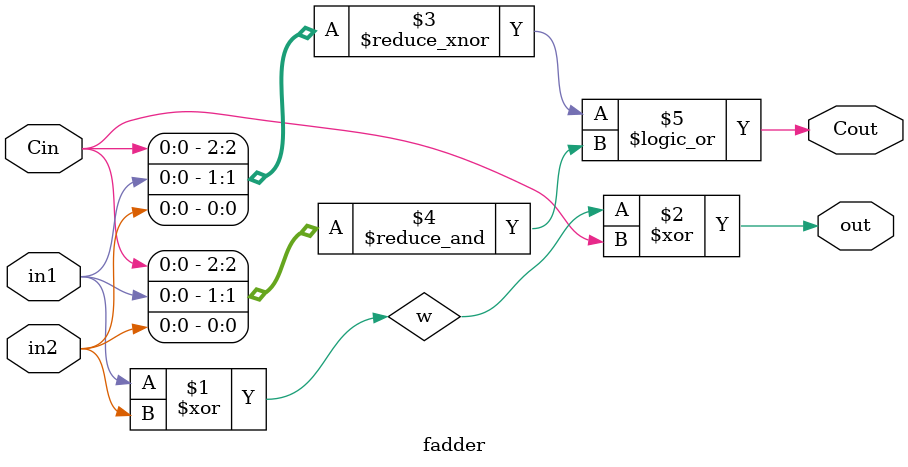
<source format=v>
module sixteen_adder(
in1,
in2,
Cin,
Cout,
out
);
input [15:0] in1, in2;
input Cin;
output Cout;
output [15:0] out;
wire [2:0] c;
four_adder A0 (in1[3:0], in2[3:0], Cin, c[0], out[3:0]);
four_adder A1 (in1[7:4], in2[7:4], c[0], c[1], out[7:4]);
four_adder A2 (in1[11:8], in2[11:8], c[1], c[2], out[11:8]);
four_adder A3 (in1[15:12], in2[15:12], c[2], Cout, out[15:12]);
// assign {Cout, out} = in1 + in2 + Cin; -> sucks so we use 4 bit adders instead
endmodule

module four_adder (
in1,
in2,
Cin,
Cout,
out
);
input [3:0] in1, in2;
input Cin;
output Cout;
output [3:0] out;
wire [2:0] c;
// assign {Cout, out} = in1 + in2 + Cin; -> could still be better, lets use FAs
fadder FA0 (in1[0], in2[0], Cin, c[0], out[0]);
fadder FA1 (in1[1], in2[1], c[0], c[1], out[1]);
fadder FA2 (in1[2], in2[2], c[1], c[2], out[2]);
fadder FA3 (in1[3], in2[3], c[2], Cout, out[3]);
endmodule

module fadder(
in1,
in2,
Cin,
Cout,
out
);
input in1, in2;
input Cin;
output Cout;
output out;
wire w;
// assign {Cout, out} = in1+in2+Cin; -> algorthm is for pussies lets use gates
xor (w, in1, in2),
    (out, w, Cin);
assign Cout = ~^{Cin, in1, in2} || &{Cin, in1, in2};
endmodule
</source>
